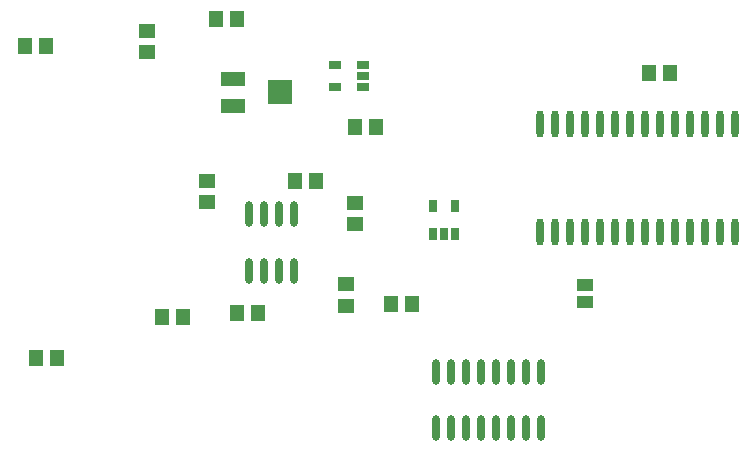
<source format=gtp>
%FSLAX42Y42*%
%MOMM*%
G71*
G01*
G75*
G04 Layer_Color=8421504*
%ADD10O,0.60X2.20*%
%ADD11R,0.65X1.10*%
%ADD12R,1.20X1.40*%
%ADD13R,1.40X1.20*%
%ADD14R,2.00X1.30*%
%ADD15R,2.00X2.00*%
%ADD16R,1.40X1.10*%
%ADD17R,1.10X0.65*%
%ADD18O,0.60X2.30*%
%ADD19C,0.25*%
%ADD20R,1.50X1.50*%
%ADD21C,1.50*%
%ADD22R,1.50X1.50*%
%ADD23C,2.50*%
%ADD24C,1.27*%
%ADD25C,0.25*%
%ADD26C,0.60*%
%ADD27C,0.20*%
D10*
X6934Y1396D02*
D03*
X6807D02*
D03*
X6680D02*
D03*
X6553D02*
D03*
X6426D02*
D03*
X6299D02*
D03*
X6172D02*
D03*
X6045D02*
D03*
X6934Y916D02*
D03*
X6807D02*
D03*
X6680D02*
D03*
X6553D02*
D03*
X6426D02*
D03*
X6299D02*
D03*
X6172D02*
D03*
X6045D02*
D03*
X4458Y2249D02*
D03*
X4585D02*
D03*
X4712D02*
D03*
X4839D02*
D03*
X4458Y2729D02*
D03*
X4585D02*
D03*
X4712D02*
D03*
X4839D02*
D03*
D11*
X6014Y2800D02*
D03*
X6204D02*
D03*
Y2560D02*
D03*
X6109D02*
D03*
X6014D02*
D03*
D12*
X5358Y3467D02*
D03*
X5538D02*
D03*
X4535Y1892D02*
D03*
X4355D02*
D03*
X4357Y4381D02*
D03*
X4177D02*
D03*
X5663Y1968D02*
D03*
X5843D02*
D03*
X5030Y3010D02*
D03*
X4850D02*
D03*
X7848Y3924D02*
D03*
X8028D02*
D03*
X3720Y1854D02*
D03*
X3900D02*
D03*
X2653Y1511D02*
D03*
X2833D02*
D03*
X2564Y4153D02*
D03*
X2744D02*
D03*
D13*
X4102Y2831D02*
D03*
Y3011D02*
D03*
X3594Y4101D02*
D03*
Y4281D02*
D03*
X5283Y2135D02*
D03*
Y1955D02*
D03*
X5359Y2641D02*
D03*
Y2821D02*
D03*
D14*
X4321Y3644D02*
D03*
Y3874D02*
D03*
D15*
X4721Y3759D02*
D03*
D16*
X7303Y2132D02*
D03*
Y1982D02*
D03*
D17*
X5189Y3804D02*
D03*
Y3994D02*
D03*
X5429D02*
D03*
Y3899D02*
D03*
Y3804D02*
D03*
D18*
X8572Y3490D02*
D03*
X8446D02*
D03*
X8318D02*
D03*
X8192D02*
D03*
X8064D02*
D03*
X7938D02*
D03*
X7811D02*
D03*
X7683D02*
D03*
X7557D02*
D03*
X7429D02*
D03*
X7303D02*
D03*
X7175D02*
D03*
X7049D02*
D03*
X6921D02*
D03*
X8572Y2580D02*
D03*
X8446D02*
D03*
X8318D02*
D03*
X8192D02*
D03*
X8064D02*
D03*
X7938D02*
D03*
X7811D02*
D03*
X7683D02*
D03*
X7557D02*
D03*
X7429D02*
D03*
X7303D02*
D03*
X7175D02*
D03*
X7049D02*
D03*
X6921D02*
D03*
M02*

</source>
